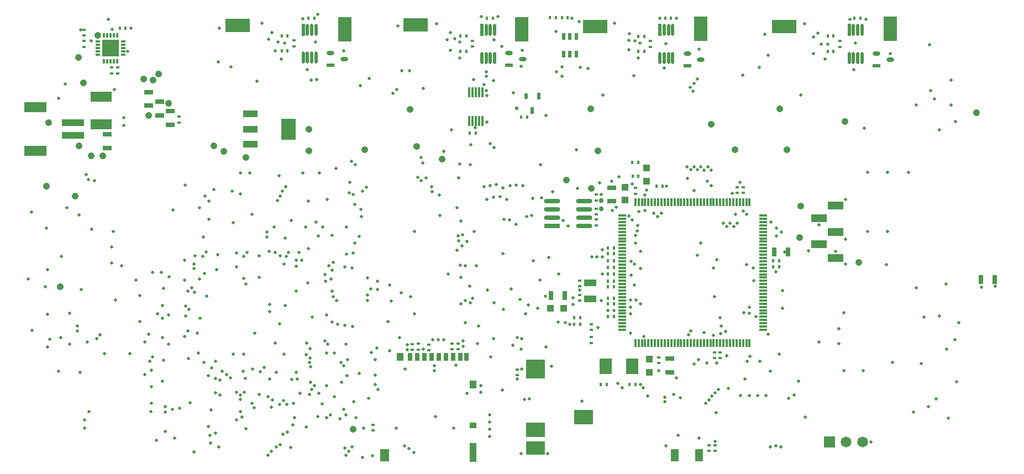
<source format=gbs>
%FSLAX33Y33*%
%MOMM*%
%AMRect-W370710-H570710-RO1.500*
21,1,0.37071,0.57071,0.,0.,90*%
%AMRR-H610710-W1188281-R305355-RO0.000*
21,1,0.577571,0.61071,0.,0.,360*
1,1,0.61071,-0.2887855,0.*
1,1,0.61071,0.2887855,0.*
1,1,0.61071,0.2887855,-0.*
1,1,0.61071,-0.2887855,0.*%
%AMRect-W370710-H570710-RO1.000*
21,1,0.37071,0.57071,0.,0.,180*%
%AMRect-W1856504-H497986-RO0.500*
21,1,1.856504,0.497986,0.,0.,270*%
%AMRR-H497986-W1856504-R248993-RO0.500*
21,1,1.358518,0.497986,0.,0.,270*
1,1,0.497986,0.,0.679259*
1,1,0.497986,0.,-0.679259*
1,1,0.497986,-0.,-0.679259*
1,1,0.497986,-0.,0.679259*%
%AMRect-W1650000-H1650000-RO1.500*
21,1,1.65,1.65,0.,0.,90*%
%AMRect-W700000-H1200000-RO1.000*
21,1,0.7,1.2,0.,0.,180*%
%AMRect-W1000000-H1200000-RO1.000*
21,1,1.,1.2,0.,0.,180*%
%AMRect-W1000000-H800000-RO1.000*
21,1,1.,0.8,0.,0.,180*%
%AMRect-W1300000-H1900000-RO1.000*
21,1,1.3,1.9,0.,0.,180*%
%AMRect-W1000000-H2800000-RO1.000*
21,1,1.,2.8,0.,0.,180*%
%AMRect-W370710-H570710-RO0.500*
21,1,0.37071,0.57071,0.,0.,270*%
%AMRect-W670710-H1320710-RO1.500*
21,1,0.67071,1.32071,0.,0.,90*%
%AMRect-W1000000-H1800000-RO0.500*
21,1,1.,1.8,0.,0.,270*%
%AMRect-W2000000-H3800000-RO0.500*
21,1,2.,3.8,0.,0.,270*%
%AMRect-W2000000-H3800000-RO1.500*
21,1,2.,3.8,0.,0.,90*%
%AMRR-H535710-W1000710-R267855-RO0.500*
21,1,0.465,0.53571,0.,0.,270*
1,1,0.53571,0.,0.2325*
1,1,0.53571,0.,-0.2325*
1,1,0.53571,-0.,-0.2325*
1,1,0.53571,-0.,0.2325*%
%AMRect-W1000710-H535710-RO0.500*
21,1,1.00071,0.53571,0.,0.,270*%
%AMRect-W1000000-H1000000-RO0.500*
21,1,1.,1.,0.,0.,270*%
%AMRR-H663541-W2486025-R331770-RO0.000*
21,1,1.822485,0.663541,0.,0.,360*
21,1,2.486025,0.000001,0.,0.,360*
1,1,0.66354,-0.9112425,0.0000005*
1,1,0.66354,0.9112425,0.0000005*
1,1,0.66354,0.9112425,-0.0000005*
1,1,0.66354,-0.9112425,-0.0000005*%
%AMRect-W670710-H1320710-RO1.000*
21,1,0.67071,1.32071,0.,0.,180*%
%AMRect-W670710-H1320710-RO0.500*
21,1,0.67071,1.32071,0.,0.,270*%
%AMRect-W300000-H1200000-RO1.000*
21,1,0.3,1.2,0.,0.,180*%
%AMRect-W1200000-H300000-RO1.000*
21,1,1.2,0.3,0.,0.,180*%
%AMRect-W1500000-H3200000-RO0.500*
21,1,1.5,3.2,0.,0.,270*%
%AMRect-W1140000-H2290000-RO1.500*
21,1,1.14,2.29,0.,0.,90*%
%AMRect-W2500000-H2500000-RO0.500*
21,1,2.5,2.5,0.,0.,270*%
%AMRect-W730000-H300000-RO0.500*
21,1,0.73,0.3,0.,0.,270*%
%AMRect-W300000-H730000-RO0.500*
21,1,0.3,0.73,0.,0.,270*%
%AMRR-H750000-W750000-R375000-RO1.000*
1,1,0.75,0.,-0.*
1,1,0.75,-0.,-0.*
1,1,0.75,-0.,0.*
1,1,0.75,0.,0.*%
%AMRect-W1000000-H1000000-RO1.500*
21,1,1.,1.,0.,0.,90*%
%AMRect-W950000-H2150000-RO1.500*
21,1,0.95,2.15,0.,0.,90*%
%AMRect-W3250000-H2150000-RO1.500*
21,1,3.25,2.15,0.,0.,90*%
%AMRect-W2200000-H2800000-RO1.500*
21,1,2.2,2.8,0.,0.,90*%
%AMRect-W2800000-H2800000-RO1.500*
21,1,2.8,2.8,0.,0.,90*%
%AMRect-W2000000-H2800000-RO1.500*
21,1,2.,2.8,0.,0.,90*%
%AMRect-W1450000-H300000-RO0.500*
21,1,1.45,0.3,0.,0.,270*%
%ADD10C,0.508*%
%ADD11C,1.0668*%
%ADD12C,0.5588*%
%ADD13Rect-W370710-H570710-RO1.500*%
%ADD14R,1.188281X0.61071*%
%ADD15RR-H610710-W1188281-R305355-RO0.000*%
%ADD16R,0.37071X0.57071*%
%ADD17Rect-W370710-H570710-RO1.000*%
%ADD18R,2.X3.8*%
%ADD19Rect-W1856504-H497986-RO0.500*%
%ADD20RR-H497986-W1856504-R248993-RO0.500*%
%ADD21C,1.65*%
%ADD22Rect-W1650000-H1650000-RO1.500*%
%ADD23Rect-W700000-H1200000-RO1.000*%
%ADD24Rect-W1000000-H1200000-RO1.000*%
%ADD25Rect-W1000000-H800000-RO1.000*%
%ADD26Rect-W1300000-H1900000-RO1.000*%
%ADD27Rect-W1000000-H2800000-RO1.000*%
%ADD28R,0.6X1.05*%
%ADD29Rect-W370710-H570710-RO0.500*%
%ADD30Rect-W670710-H1320710-RO1.500*%
%ADD31Rect-W1000000-H1800000-RO0.500*%
%ADD32Rect-W2000000-H3800000-RO0.500*%
%ADD33Rect-W2000000-H3800000-RO1.500*%
%ADD34RR-H535710-W1000710-R267855-RO0.500*%
%ADD35Rect-W1000710-H535710-RO0.500*%
%ADD36R,0.67071X1.32071*%
%ADD37R,1.291421X1.844948*%
%ADD38Rect-W1000000-H1000000-RO0.500*%
%ADD39R,2.486025X0.663541*%
%ADD40RR-H663541-W2486025-R331770-RO0.000*%
%ADD41Rect-W670710-H1320710-RO1.000*%
%ADD42Rect-W670710-H1320710-RO0.500*%
%ADD43Rect-W300000-H1200000-RO1.000*%
%ADD44Rect-W1200000-H300000-RO1.000*%
%ADD45Rect-W1500000-H3200000-RO0.500*%
%ADD46R,3.4X1.5*%
%ADD47R,3.5X1.*%
%ADD48Rect-W1140000-H2290000-RO1.500*%
%ADD49Rect-W2500000-H2500000-RO0.500*%
%ADD50Rect-W730000-H300000-RO0.500*%
%ADD51Rect-W300000-H730000-RO0.500*%
%ADD52RR-H750000-W750000-R375000-RO1.000*%
%ADD53Rect-W1000000-H1000000-RO1.500*%
%ADD54Rect-W950000-H2150000-RO1.500*%
%ADD55Rect-W3250000-H2150000-RO1.500*%
%ADD56R,1.9X2.4*%
%ADD57R,1.X1.*%
%ADD58Rect-W2200000-H2800000-RO1.500*%
%ADD59Rect-W2800000-H2800000-RO1.500*%
%ADD60Rect-W2000000-H2800000-RO1.500*%
%ADD61Rect-W1450000-H300000-RO0.500*%
D10*
%LNbottom solder mask_traces*%
G01*
X138372Y22600D03*
X47696Y29755D03*
X45540Y35075D03*
X78650Y5850D03*
X39887Y62150D03*
X39075Y2665D03*
X46140Y9285D03*
X80475Y53500D03*
X82025Y60150D03*
X38425Y66155D03*
X53625Y26922D03*
X130250Y3450D03*
X69947Y18520D03*
X77925Y10025D03*
X114450Y19925D03*
X72852Y42907D03*
X33590Y8135D03*
X82875Y59525D03*
X45204Y37159D03*
X47475Y28455D03*
X58873Y14600D03*
X29775Y4835D03*
X41300Y2565D03*
X42165Y26530D03*
X75900Y36842D03*
D11*
X119325Y34796D03*
X50875Y5375D03*
D10*
X13343Y68199D03*
X46645Y28105D03*
X53840Y1325D03*
X67258Y62325D03*
X103100Y45650D03*
X75098Y26900D03*
X135950Y44800D03*
X27050Y20105D03*
X116641Y23924D03*
X121400Y65496D03*
D11*
X44075Y48050D03*
D10*
X100375Y68360D03*
X49750Y18455D03*
X52900Y42500D03*
X22585Y18455D03*
X41425Y37375D03*
X141697Y27650D03*
X89050Y32929D03*
X129725Y35750D03*
X70912Y42575D03*
X83400Y21711D03*
X6200Y31915D03*
X32990Y32430D03*
X71912Y42725D03*
X107155Y20075D03*
X41490Y13000D03*
X47650Y35150D03*
X28365Y32550D03*
X105100Y15525D03*
X28690Y13650D03*
X9750Y6812D03*
X38490Y9900D03*
X79179Y23931D03*
X44250Y17755D03*
X93400Y25196D03*
D11*
X29550Y48850D03*
D10*
X93400Y20108D03*
X120101Y7249D03*
X111600Y10587D03*
X117025Y32565D03*
X57980Y19475D03*
X103927Y4075D03*
X49025Y15655D03*
X8625Y20500D03*
X38925Y18630D03*
X72362Y19325D03*
X10750Y64880D03*
X111630Y23171D03*
X107605Y36975D03*
X43839Y60550D03*
X98825Y2900D03*
X72375Y58785D03*
X106325Y3550D03*
X139358Y57304D03*
X66812Y32850D03*
X120650Y32775D03*
X51100Y33895D03*
X93155Y63579D03*
X71786Y4275D03*
X49750Y7586D03*
X104630Y20230D03*
X25775Y23755D03*
X28140Y29255D03*
X36490Y28700D03*
X66673Y15250D03*
X108655Y36975D03*
X21871Y15955D03*
X142492Y55120D03*
X16300Y63295D03*
X51250Y45936D03*
X87488Y31796D03*
X77117Y9975D03*
X27340Y28455D03*
X40195Y9805D03*
X93125Y38110D03*
X105150Y43375D03*
X69633Y51644D03*
X133500Y15658D03*
X40750Y9250D03*
X57550Y57475D03*
X98600Y10350D03*
X122230Y18800D03*
X30446Y10684D03*
X36875Y67649D03*
X44489Y58925D03*
X102269Y19916D03*
X28475Y25800D03*
X63650Y67585D03*
X74832Y37525D03*
X40050Y41897D03*
X39075Y14130D03*
X51000Y9625D03*
X4025Y22988D03*
X42340Y13075D03*
X100975Y10226D03*
X22075Y5025D03*
X19000Y18755D03*
X92150Y11775D03*
X95446Y19609D03*
X40497Y24402D03*
X54500Y17820D03*
X143050Y19125D03*
X66481Y65259D03*
X34390Y13200D03*
X102580Y45175D03*
X113940Y65925D03*
X4025Y18055D03*
X76912Y42725D03*
X80400Y18040D03*
X54275Y12300D03*
X49850Y32211D03*
X85625Y26725D03*
D11*
X117350Y48275D03*
D10*
X71786Y7586D03*
X52050Y39111D03*
X72500Y48619D03*
X74912Y42725D03*
X104150Y33975D03*
X18200Y25850D03*
X112275Y28146D03*
X62958Y41842D03*
X72509Y65094D03*
X60255Y23100D03*
X71786Y6480D03*
X67658Y35175D03*
X54275Y13730D03*
X100650Y4475D03*
X22075Y8900D03*
X72434Y24800D03*
X38125Y23425D03*
X9260Y26825D03*
X51325Y7215D03*
X45275Y59025D03*
X61588Y46200D03*
X88911Y25119D03*
X91620Y44100D03*
X54650Y26850D03*
X76625Y61000D03*
X111130Y38296D03*
X61300Y47075D03*
D11*
X20221Y58950D03*
D10*
X21685Y22455D03*
X93946Y27496D03*
X76015Y19459D03*
X90590Y38900D03*
X106075Y30150D03*
X122100Y66116D03*
X89050Y31796D03*
X114775Y2725D03*
X69308Y58975D03*
X66812Y39375D03*
X13880Y30858D03*
X110275Y10537D03*
X78412Y40750D03*
X75320Y18310D03*
X110736Y23271D03*
D11*
X8860Y48825D03*
D10*
X50630Y46475D03*
X50175Y2025D03*
X139175Y64355D03*
X28195Y41100D03*
X90845Y23646D03*
X126325Y40600D03*
X55675Y1075D03*
X11625Y19250D03*
X112825Y10537D03*
X28775Y40340D03*
X46843Y17105D03*
X71857Y49150D03*
X9125Y66630D03*
X93400Y24146D03*
X9950Y44390D03*
X47120Y30430D03*
X88375Y20996D03*
X88675Y43125D03*
X1600Y38700D03*
X132562Y30600D03*
X49819Y1450D03*
X14165Y35725D03*
X43189Y68340D03*
X105775Y42705D03*
X20891Y23105D03*
X139925Y56070D03*
X76818Y63501D03*
X38750Y36400D03*
X57475Y5600D03*
X13204Y63295D03*
X74002Y37560D03*
X45450Y7390D03*
X19000Y13800D03*
X40497Y34720D03*
X81925Y66375D03*
X13880Y33325D03*
X32490Y16950D03*
X35404Y38341D03*
X110630Y38846D03*
X39350Y64734D03*
X44195Y15680D03*
X56473Y17385D03*
X1125Y28458D03*
D11*
X60650Y48725D03*
D10*
X71496Y26750D03*
X20002Y9355D03*
X63350Y14390D03*
X27340Y39335D03*
X91450Y12400D03*
X7475Y23205D03*
X48299Y45375D03*
X114850Y14250D03*
X61300Y43525D03*
X40375Y64549D03*
X126040Y23275D03*
X126325Y30697D03*
X83025Y37373D03*
X34500Y27675D03*
X116475Y35646D03*
X116641Y26646D03*
X78262Y38150D03*
X136697Y8050D03*
X25200Y24240D03*
X69775Y30496D03*
X43040Y31305D03*
X119125Y12735D03*
X116450Y2675D03*
X8925Y38275D03*
X25025Y28255D03*
X140175Y10050D03*
X108124Y16650D03*
X103780Y16045D03*
X137122Y27058D03*
X48475Y21455D03*
X49425Y8425D03*
X93400Y23071D03*
X27890Y31913D03*
X94925Y12295D03*
X94900Y24646D03*
X98130Y38475D03*
X46796Y22955D03*
X129225Y51578D03*
X94125Y35146D03*
X94900Y32646D03*
X43219Y44650D03*
X71278Y57285D03*
X37840Y10379D03*
X104680Y45150D03*
X106511Y7975D03*
X105200Y45650D03*
X67750Y18079D03*
X123225Y62087D03*
X138982Y8857D03*
X26490Y30055D03*
X9050Y14119D03*
X110934Y13075D03*
X109730Y36996D03*
X47696Y21850D03*
X119438Y56650D03*
D11*
X3900Y42650D03*
D10*
X129425Y68201D03*
X126040Y14388D03*
X26527Y1950D03*
X127025Y68201D03*
X67083Y43925D03*
X141825Y17700D03*
X111175Y30646D03*
X105730Y45150D03*
X102050Y45650D03*
X43640Y36400D03*
X140750Y22722D03*
X105432Y9900D03*
X111675Y16550D03*
X20175Y16455D03*
X65450Y29175D03*
X93450Y29046D03*
X29225Y14780D03*
X42564Y32525D03*
X61639Y57600D03*
X67259Y64750D03*
X63480Y7350D03*
X110575Y59700D03*
X37840Y1425D03*
X58800Y2850D03*
X50775Y21145D03*
X41710Y9400D03*
X50253Y41650D03*
X127838Y64569D03*
X80319Y25831D03*
X38950Y63383D03*
X85550Y67890D03*
X7475Y18440D03*
X85900Y9725D03*
X32190Y60963D03*
X19550Y19930D03*
X77315Y23075D03*
X56975Y56850D03*
D11*
X146400Y53950D03*
D10*
X60813Y44049D03*
D11*
X116275Y54477D03*
X109375Y48223D03*
D10*
X22585Y22955D03*
X15445Y30450D03*
X36120Y58700D03*
X15788Y51925D03*
X12075Y19915D03*
X115765Y36196D03*
X29775Y15830D03*
D11*
X88385Y48089D03*
D10*
X25900Y9470D03*
X94825Y64569D03*
X36490Y32005D03*
X34140Y31875D03*
X52500Y5600D03*
X52335Y41925D03*
X44024Y33105D03*
X103100Y41975D03*
X65925Y51317D03*
X47850Y25755D03*
X38374Y2025D03*
X62100Y43950D03*
X113164Y15789D03*
D11*
X2120Y48075D03*
D10*
X95630Y41310D03*
X41950Y7150D03*
X35850Y20100D03*
X59150Y17571D03*
X39500Y44225D03*
X122220Y36700D03*
X123637Y64410D03*
X71761Y5425D03*
X20002Y14432D03*
X64805Y19075D03*
X75425Y56925D03*
X27140Y17055D03*
X21871Y26955D03*
X67577Y33534D03*
X86860Y60665D03*
X10150Y18800D03*
X70960Y58225D03*
X33615Y10684D03*
X93891Y59550D03*
X37640Y35620D03*
X44400Y12600D03*
X30425Y66878D03*
X64800Y48000D03*
X142075Y7075D03*
X38365Y8825D03*
X70425Y11075D03*
X79512Y28300D03*
X30446Y12950D03*
X26490Y30755D03*
X10350Y43640D03*
X67750Y18950D03*
X83784Y36600D03*
X44250Y16355D03*
X53350Y59150D03*
X14500Y25200D03*
X35440Y14645D03*
X5738Y56075D03*
X73789Y42405D03*
X63950Y19100D03*
X114125Y10537D03*
X52325Y1075D03*
X14343Y57500D03*
X9750Y5542D03*
X61630Y17654D03*
X98845Y64475D03*
X71278Y60200D03*
X143372Y12683D03*
X93625Y37496D03*
X27968Y34905D03*
X67398Y24650D03*
X21650Y12777D03*
X40161Y4650D03*
X85675Y60850D03*
X50070Y16095D03*
X33640Y9990D03*
X111630Y24146D03*
X25125Y42844D03*
X3900Y36238D03*
X23275Y39049D03*
X32540Y37100D03*
X112175Y30146D03*
X71278Y59485D03*
X41625Y6075D03*
X25650Y16255D03*
X91205Y39472D03*
X71950Y16450D03*
X30325Y2675D03*
X46990Y18430D03*
X38125Y24550D03*
X50375Y43241D03*
X73818Y32320D03*
X107930Y20350D03*
X56725Y25037D03*
X143150Y52568D03*
X127589Y60525D03*
X33874Y7256D03*
X67062Y34296D03*
X89050Y29150D03*
X43929Y27815D03*
X26640Y32027D03*
X46575Y29105D03*
X33640Y41450D03*
X84400Y68375D03*
X44600Y22605D03*
D11*
X87310Y54475D03*
X83525Y43625D03*
D10*
X75900Y42825D03*
X32065Y13290D03*
X11300Y43490D03*
X98875Y42625D03*
X106630Y15575D03*
X111255Y15789D03*
X76696Y14635D03*
X39725Y32005D03*
X94400Y35796D03*
X68300Y34175D03*
X47425Y7586D03*
X94557Y62281D03*
X22678Y28774D03*
X94075Y64913D03*
X68808Y45975D03*
X35050Y44650D03*
X115765Y34996D03*
X64075Y41300D03*
X58250Y26337D03*
X65820Y63483D03*
D11*
X21050Y59800D03*
D10*
X56500Y27479D03*
X35400Y9350D03*
X71412Y40650D03*
X33640Y44650D03*
X129035Y14333D03*
X4050Y29900D03*
X94250Y25196D03*
X52000Y58050D03*
X106869Y11525D03*
X20002Y11892D03*
X95355Y11750D03*
X10450Y8082D03*
X33000Y11055D03*
X142492Y58889D03*
X37265Y14855D03*
X53251Y10156D03*
X97566Y37996D03*
X59700Y25737D03*
X93450Y31146D03*
D11*
X105722Y52177D03*
D10*
X78500Y31210D03*
X76696Y19325D03*
X39725Y41131D03*
X68325Y10875D03*
X96980Y38475D03*
X26625Y26415D03*
X50750Y2665D03*
D11*
X4211Y52425D03*
D10*
X103630Y45175D03*
X84544Y24496D03*
X112575Y22635D03*
X74412Y40650D03*
X19723Y15780D03*
X97725Y14375D03*
D11*
X19560Y53485D03*
D10*
X12812Y16972D03*
X40340Y16955D03*
X60175Y1850D03*
D11*
X8325Y41095D03*
D10*
X82875Y60975D03*
X132718Y35750D03*
D11*
X22625Y55321D03*
D10*
X42129Y14130D03*
D11*
X31115Y48010D03*
D10*
X43675Y16850D03*
X45759Y44650D03*
X34615Y32535D03*
X39300Y40450D03*
X97859Y68360D03*
X57750Y67174D03*
X103121Y58375D03*
X59150Y18346D03*
X49450Y15100D03*
D11*
X6050Y27225D03*
D10*
X103105Y15349D03*
X32990Y30275D03*
X107075Y22480D03*
X21685Y19455D03*
X5750Y14275D03*
X106580Y31375D03*
X84050Y21520D03*
X68113Y30496D03*
X110130Y43225D03*
X16662Y16972D03*
D11*
X64525Y46825D03*
D10*
X67200Y46000D03*
X114900Y37146D03*
X39640Y9250D03*
X67412Y37289D03*
X85250Y42275D03*
X104150Y45650D03*
X44025Y40350D03*
X32325Y41925D03*
X76007Y13096D03*
X69023Y0850D03*
X54275Y16082D03*
X51775Y13975D03*
X39700Y3000D03*
X68933Y49043D03*
X48850Y7050D03*
X65820Y66169D03*
X14203Y63295D03*
X35750Y8675D03*
D11*
X119475Y39625D03*
X128350Y30983D03*
X59575Y54450D03*
D10*
X53108Y26007D03*
X94145Y33975D03*
X71345Y52450D03*
X25585Y20430D03*
X54650Y28051D03*
X102950Y57250D03*
X95630Y38900D03*
X59450Y2400D03*
X124760Y32650D03*
X29775Y13150D03*
D12*
X77400Y56425D03*
D10*
X68050Y25163D03*
X27450Y22455D03*
X113150Y60824D03*
X109500Y38350D03*
X100023Y10750D03*
X43725Y5700D03*
X89925Y23646D03*
X53700Y17200D03*
X133197Y62987D03*
X31490Y13750D03*
X93675Y42995D03*
X102514Y57800D03*
D11*
X10750Y47325D03*
D12*
X79300Y56425D03*
D10*
X65250Y65094D03*
X81250Y15025D03*
X20187Y29455D03*
X98600Y9675D03*
X43775Y18630D03*
X42140Y30350D03*
X93246Y66025D03*
X84594Y25575D03*
X4385Y19225D03*
X143650Y21750D03*
X104875Y9400D03*
D11*
X87375Y42275D03*
D10*
X94480Y36646D03*
X149250Y27298D03*
X40640Y31923D03*
X45655Y10890D03*
X6749Y58275D03*
X30250Y61700D03*
X16808Y66875D03*
X49950Y13575D03*
X68050Y21775D03*
X79562Y45937D03*
X40990Y32500D03*
X137150Y55120D03*
X48048Y17105D03*
D11*
X11728Y65740D03*
D10*
X70559Y68635D03*
X25025Y19605D03*
X20750Y3675D03*
D11*
X126250Y52568D03*
D10*
X70125Y21200D03*
X45501Y68951D03*
X49452Y63372D03*
D11*
X9575Y58484D03*
D10*
X117600Y10100D03*
X34140Y28550D03*
X46850Y7200D03*
X28050Y15675D03*
X108976Y41555D03*
X21541Y29455D03*
X73675Y64103D03*
X103630Y32089D03*
D11*
X34475Y47075D03*
D10*
X102075Y43800D03*
X137947Y15475D03*
X30840Y14294D03*
X70425Y12082D03*
X73408Y41075D03*
X36490Y10740D03*
X58375Y60325D03*
X64150Y38205D03*
X102630Y20475D03*
X28775Y37555D03*
X24325Y8600D03*
X103650Y59050D03*
X125350Y20775D03*
X76471Y25325D03*
X42140Y31305D03*
X50925Y32400D03*
X60255Y35700D03*
X67350Y30545D03*
X39650Y21550D03*
X49850Y36400D03*
X47998Y10395D03*
X45168Y64780D03*
X66325Y5550D03*
X79787Y40870D03*
X100425Y13300D03*
X25025Y31325D03*
X23225Y8470D03*
D11*
X44075Y51410D03*
D10*
X93975Y30675D03*
X36640Y14244D03*
X44940Y12055D03*
X108130Y36496D03*
X80875Y31766D03*
X50750Y30130D03*
X6110Y19450D03*
X22075Y8026D03*
X44400Y14980D03*
X108394Y11650D03*
X147122Y27125D03*
X73942Y23767D03*
X13204Y64270D03*
X48350Y25105D03*
X140718Y51253D03*
X63350Y15142D03*
X49625Y21276D03*
X56195Y21907D03*
X90545Y43424D03*
X51810Y34975D03*
X25200Y22755D03*
X29519Y42125D03*
X62950Y42575D03*
X19932Y8082D03*
X81412Y41800D03*
X122575Y64410D03*
X25550Y26540D03*
X118475Y10625D03*
X28950Y4475D03*
X53108Y28622D03*
X23550Y4050D03*
X34090Y16950D03*
X40775Y4950D03*
X37900Y65134D03*
X67409Y28666D03*
X121375Y62987D03*
X44215Y10761D03*
X106350Y10961D03*
D11*
X12564Y47325D03*
D10*
X51121Y39900D03*
X29990Y29860D03*
X3725Y27225D03*
D11*
X52676Y48225D03*
D10*
X93155Y64984D03*
X8625Y21200D03*
X34065Y14319D03*
X59560Y60325D03*
X38990Y32500D03*
X68825Y24800D03*
X94630Y38750D03*
X107280Y21250D03*
X126325Y34539D03*
X37640Y34905D03*
X34450Y5482D03*
X80675Y1650D03*
X14203Y64270D03*
X95836Y42095D03*
X13950Y66725D03*
X50925Y41375D03*
X37990Y32695D03*
D12*
X75925Y54615D03*
D10*
X115650Y29496D03*
X53108Y25137D03*
X105875Y10450D03*
X63075Y19100D03*
X49600Y30255D03*
X85075Y48200D03*
X68725Y27350D03*
X73775Y11450D03*
X29075Y3300D03*
D11*
X8848Y62350D03*
D10*
X76665Y17649D03*
X40340Y30755D03*
X76650Y1650D03*
X29840Y10990D03*
X49625Y2550D03*
X18200Y21875D03*
X109180Y36496D03*
X38075Y13075D03*
X46250Y36400D03*
X29140Y8384D03*
X120029Y67525D03*
X82275Y21805D03*
X17600Y28274D03*
X69424Y35723D03*
X52150Y38025D03*
X103925Y63675D03*
X77767Y24431D03*
X1725Y20525D03*
X42725Y10890D03*
X71401Y56574D03*
X47850Y30955D03*
X44500Y11455D03*
X47696Y26605D03*
X129725Y44800D03*
X90950Y67600D03*
X34177Y11055D03*
X46925Y40615D03*
X88911Y41375D03*
X73075Y68635D03*
X88251Y31796D03*
X66950Y35050D03*
X132718Y44800D03*
X116125Y16913D03*
X72412Y40950D03*
X94900Y30025D03*
X10800Y36025D03*
X15788Y53185D03*
X46596Y18987D03*
X7050Y39350D03*
X40575Y42575D03*
X96012Y10475D03*
X98520Y60809D03*
X114469Y62724D03*
D11*
X18800Y59075D03*
D10*
X106105Y19775D03*
X106275Y25725D03*
X46843Y12055D03*
X49075Y12600D03*
X26125Y27105D03*
X54730Y11525D03*
X82400Y29150D03*
X77505Y37975D03*
X28690Y5825D03*
X33000Y6857D03*
X125350Y18550D03*
X30140Y32195D03*
X115650Y2850D03*
X69200Y25475D03*
X89150Y56625D03*
X21685Y24326D03*
%LNbottom solder mask component 6c77fb6828285894*%
D13*
X106325Y2075D03*
X106325Y2975D03*
%LNbottom solder mask component 57deb66949abf7f3*%
D14*
X102071Y61106D03*
D15*
X102071Y63006D03*
X104153Y62056D03*
%LNbottom solder mask component 103f1e833a8ae606*%
D16*
X84745Y21520D03*
X85645Y21520D03*
%LNbottom solder mask component 1a345c029338c5b0*%
X88816Y12295D03*
X89716Y12295D03*
%LNbottom solder mask component 9cc461a22457ed88*%
D17*
X98280Y42639D03*
X97380Y42639D03*
%LNbottom solder mask component dd1c5f44bff21e91*%
X85645Y22520D03*
X84745Y22520D03*
%LNbottom solder mask component 6625cb58229ce1a0*%
D16*
X89945Y27215D03*
X90845Y27215D03*
%LNbottom solder mask component e81b5fe52f0ffbc8*%
D18*
X104118Y66746D03*
%LNbottom solder mask component 376bf2a3b6f850f5*%
D16*
X98695Y68351D03*
X99595Y68351D03*
%LNbottom solder mask component c319054bbb44535d*%
D13*
X107130Y16305D03*
X107130Y17205D03*
%LNbottom solder mask component 9e20696bf75aee58*%
D16*
X89945Y32360D03*
X90845Y32360D03*
%LNbottom solder mask component aebf7640576b29f4*%
D13*
X88124Y38296D03*
X88124Y39196D03*
%LNbottom solder mask component 662934c5ea040131*%
D19*
X126889Y66580D03*
D20*
X127539Y66580D03*
X128189Y66580D03*
X128839Y66580D03*
X128839Y62278D03*
X128189Y62278D03*
X127539Y62278D03*
X126889Y62278D03*
%LNbottom solder mask component 9a6a617898d3f957*%
D21*
X126425Y3450D03*
X128965Y3450D03*
D22*
X123885Y3450D03*
%LNbottom solder mask component 271cc731edb2a7cc*%
D16*
X39947Y65709D03*
X40847Y65709D03*
%LNbottom solder mask component a6c9556ca11762e2*%
X89945Y31230D03*
X90845Y31230D03*
%LNbottom solder mask component ffe99316bcc25094*%
D23*
X59620Y16525D03*
X60720Y16525D03*
X61820Y16525D03*
X62920Y16525D03*
X64020Y16525D03*
X65120Y16525D03*
X66220Y16525D03*
X67320Y16525D03*
D24*
X58070Y16525D03*
X69220Y12225D03*
D25*
X69220Y6025D03*
D26*
X55720Y1425D03*
D23*
X68270Y16525D03*
D27*
X69220Y1875D03*
%LNbottom solder mask component 7a6712bfaa6a5733*%
D28*
X83150Y65615D03*
X84100Y65615D03*
X85050Y65615D03*
X85050Y62915D03*
X84100Y62915D03*
X83150Y62915D03*
%LNbottom solder mask component 5d1077b0710ee042*%
D29*
X87395Y19499D03*
X87395Y18599D03*
%LNbottom solder mask component 6e4de001a9bb0500*%
D30*
X21221Y53521D03*
X21221Y55621D03*
%LNbottom solder mask component 699f547d01377c70*%
D16*
X81025Y68516D03*
X81925Y68516D03*
%LNbottom solder mask component 870bf09e0b5c0424*%
D29*
X105425Y2975D03*
X105425Y2075D03*
%LNbottom solder mask component 91da17176f2c7119*%
D16*
X71411Y68410D03*
X72311Y68410D03*
%LNbottom solder mask component ede95a78f6e58166*%
X89945Y33165D03*
X90845Y33165D03*
%LNbottom solder mask component 4a47d71a10e4a52c*%
X127690Y68357D03*
X128590Y68357D03*
%LNbottom solder mask component 2180778f98263c72*%
D31*
X87245Y27844D03*
X87245Y25344D03*
%LNbottom solder mask component 9c2df5d4cd8eb606*%
D14*
X47425Y61175D03*
D15*
X47425Y63075D03*
X49507Y62125D03*
%LNbottom solder mask component ba616e29cb1e054c*%
D17*
X94158Y12295D03*
X93258Y12295D03*
%LNbottom solder mask component f776202d8572b35f*%
D29*
X96478Y64904D03*
X96478Y64004D03*
%LNbottom solder mask component 95125385224ea348*%
D32*
X60422Y67355D03*
%LNbottom solder mask component e7d0ef67afd8e3b2*%
D29*
X76007Y14564D03*
X76007Y13664D03*
%LNbottom solder mask component 436fce5061901f9d*%
D18*
X133175Y66750D03*
%LNbottom solder mask component eab60dd8b8402126*%
D29*
X66025Y18540D03*
X66025Y17640D03*
%LNbottom solder mask component 4a2f133cbe9c8948*%
D18*
X76700Y66735D03*
%LNbottom solder mask component ac7b5a64f94308cd*%
D33*
X87981Y67140D03*
%LNbottom solder mask component 48390e21da0b21b2*%
D34*
X77400Y56425D03*
D35*
X79300Y56425D03*
X78350Y54255D03*
%LNbottom solder mask component 86cf3804c1f81840*%
D36*
X81210Y25907D03*
X83310Y25907D03*
%LNbottom solder mask component ac43103f824eeeb8*%
D17*
X116145Y30290D03*
X115245Y30290D03*
%LNbottom solder mask component 51a7e782c7d40675*%
D29*
X62494Y18369D03*
X62494Y17469D03*
%LNbottom solder mask component b4224497cd0fda00*%
D30*
X22881Y52091D03*
X22881Y54191D03*
%LNbottom solder mask component be66c4744ae5378b*%
D16*
X39947Y63363D03*
X40847Y63363D03*
%LNbottom solder mask component 3e48f677b17fb62f*%
D13*
X9673Y65740D03*
X9673Y66640D03*
%LNbottom solder mask component 929ed0a272714bb5*%
D17*
X90845Y29210D03*
X89945Y29210D03*
%LNbottom solder mask component 794621346790aab4*%
D37*
X100173Y1392D03*
X103927Y1392D03*
%LNbottom solder mask component 3dc686e3e124887d*%
D29*
X94130Y42395D03*
X94130Y41495D03*
%LNbottom solder mask component 81b386dbb0794707*%
D13*
X85620Y25116D03*
X85620Y26016D03*
%LNbottom solder mask component 889ca82e9d95c562*%
X97745Y15535D03*
X97745Y16435D03*
%LNbottom solder mask component c8ac8ae86d1934c6*%
D38*
X95870Y43424D03*
X95870Y45424D03*
%LNbottom solder mask component 0ad4790fa0a8d2cf*%
D39*
X81407Y36600D03*
D40*
X81407Y37870D03*
X81407Y39140D03*
X81407Y40410D03*
X86245Y40410D03*
X86245Y39140D03*
X86245Y37870D03*
X86245Y36600D03*
%LNbottom solder mask component bd364c941d498707*%
D16*
X89945Y24646D03*
X90845Y24646D03*
%LNbottom solder mask component c24edfc7d2909253*%
D41*
X149197Y28375D03*
X147097Y28375D03*
%LNbottom solder mask component 4c36f046aa5e79f8*%
D16*
X68758Y50785D03*
X69658Y50785D03*
%LNbottom solder mask component 057108266a0d46aa*%
D38*
X92535Y40495D03*
X92535Y42495D03*
%LNbottom solder mask component 0d91d5e7a28225ad*%
D42*
X90545Y42430D03*
X90545Y40330D03*
%LNbottom solder mask component c760b5e604b3d89d*%
D17*
X116145Y31210D03*
X115245Y31210D03*
%LNbottom solder mask component 6e52bf300ab1e078*%
D43*
X111630Y18596D03*
X111130Y18596D03*
X110630Y18596D03*
X110130Y18596D03*
X109630Y18596D03*
X109130Y18596D03*
X108630Y18596D03*
X108130Y18596D03*
X107630Y18596D03*
X107130Y18596D03*
X106630Y18596D03*
X106130Y18596D03*
X105630Y18596D03*
X105130Y18596D03*
X104630Y18596D03*
X104130Y18596D03*
X103630Y18596D03*
X103130Y18596D03*
X102630Y18596D03*
X102130Y18596D03*
X101630Y18596D03*
X101130Y18596D03*
X100630Y18596D03*
X100130Y18596D03*
X99630Y18596D03*
X99130Y18596D03*
X98630Y18596D03*
X98130Y18596D03*
X97630Y18596D03*
X97130Y18596D03*
X96630Y18596D03*
X96130Y18596D03*
X95630Y18596D03*
X95130Y18596D03*
X94630Y18596D03*
X94130Y18596D03*
D44*
X92080Y20646D03*
X92080Y21146D03*
X92080Y21646D03*
X92080Y22146D03*
X92080Y22646D03*
X92080Y23146D03*
X92080Y23646D03*
X92080Y24146D03*
X92080Y24646D03*
X92080Y25146D03*
X92080Y25646D03*
X92080Y26146D03*
X92080Y26646D03*
X92080Y27146D03*
X92080Y27646D03*
X92080Y28146D03*
X92080Y28646D03*
X92080Y29146D03*
X92080Y29646D03*
X92080Y30146D03*
X92080Y30646D03*
X92080Y31146D03*
X92080Y31646D03*
X92080Y32146D03*
X92080Y32646D03*
X92080Y33146D03*
X92080Y33646D03*
X92080Y34146D03*
X92080Y34646D03*
X92080Y35146D03*
X92080Y35646D03*
X92080Y36146D03*
X92080Y36646D03*
X92080Y37146D03*
X92080Y37646D03*
X92080Y38146D03*
D43*
X94130Y40196D03*
X94630Y40196D03*
X95130Y40196D03*
X95630Y40196D03*
X96130Y40196D03*
X96630Y40196D03*
X97130Y40196D03*
X97630Y40196D03*
X98130Y40196D03*
X98630Y40196D03*
X99130Y40196D03*
X99630Y40196D03*
X100130Y40196D03*
X100630Y40196D03*
X101130Y40196D03*
X101630Y40196D03*
X102130Y40196D03*
X102630Y40196D03*
X103130Y40196D03*
X103630Y40196D03*
X104130Y40196D03*
X104630Y40196D03*
X105130Y40196D03*
X105630Y40196D03*
X106130Y40196D03*
X106630Y40196D03*
X107130Y40196D03*
X107630Y40196D03*
X108130Y40196D03*
X108630Y40196D03*
X109130Y40196D03*
X109630Y40196D03*
X110130Y40196D03*
X110630Y40196D03*
X111130Y40196D03*
X111630Y40196D03*
D44*
X113680Y38146D03*
X113680Y37646D03*
X113680Y37146D03*
X113680Y36646D03*
X113680Y36146D03*
X113680Y35646D03*
X113680Y35146D03*
X113680Y34646D03*
X113680Y34146D03*
X113680Y33646D03*
X113680Y33146D03*
X113680Y32646D03*
X113680Y32146D03*
X113680Y31646D03*
X113680Y31146D03*
X113680Y30646D03*
X113680Y30146D03*
X113680Y29646D03*
X113680Y29146D03*
X113680Y28646D03*
X113680Y28146D03*
X113680Y27646D03*
X113680Y27146D03*
X113680Y26646D03*
X113680Y26146D03*
X113680Y25646D03*
X113680Y25146D03*
X113680Y24646D03*
X113680Y24146D03*
X113680Y23646D03*
X113680Y23146D03*
X113680Y22646D03*
X113680Y22146D03*
X113680Y21646D03*
X113680Y21146D03*
X113680Y20646D03*
%LNbottom solder mask component adf725f494d4606d*%
D16*
X67309Y65699D03*
X68209Y65699D03*
%LNbottom solder mask component 4cc7ebdd968bdb88*%
D29*
X13918Y60825D03*
X13918Y59925D03*
%LNbottom solder mask component 94166215a82095ca*%
D16*
X89945Y28130D03*
X90845Y28130D03*
%LNbottom solder mask component 5b2566b75bc5cc6e*%
D45*
X12284Y56375D03*
X12284Y52175D03*
%LNbottom solder mask component 37d8075971b3358a*%
D46*
X2220Y48075D03*
X2220Y54775D03*
D47*
X7970Y52425D03*
X7970Y50425D03*
%LNbottom solder mask component f84e53ac3099d92c*%
D30*
X99385Y14132D03*
X99385Y16232D03*
%LNbottom solder mask component 305ac9df71b7261b*%
D16*
X89945Y30210D03*
X90845Y30210D03*
%LNbottom solder mask component e83e3ad7d60dfea8*%
D13*
X87395Y20601D03*
X87395Y21501D03*
%LNbottom solder mask component 84c7f1e7987823d4*%
D18*
X49625Y66725D03*
%LNbottom solder mask component 94ad8cbf5130aa47*%
D29*
X110695Y42520D03*
X110695Y41620D03*
%LNbottom solder mask component 631ad418aba9c268*%
D16*
X44050Y68421D03*
X44950Y68421D03*
%LNbottom solder mask component 4bb0c09cc5e8b9cd*%
D48*
X122220Y37725D03*
X124760Y39725D03*
X122220Y33725D03*
X124760Y35625D03*
X124760Y31625D03*
%LNbottom solder mask component 12ba33d6f75b2fc3*%
D49*
X13693Y63795D03*
D50*
X12693Y65760D03*
X13193Y65760D03*
X13693Y65760D03*
X14193Y65760D03*
X14693Y65760D03*
X14693Y61830D03*
X14193Y61830D03*
X13693Y61830D03*
X13193Y61830D03*
X12693Y61830D03*
D51*
X15658Y64795D03*
X15658Y64295D03*
X15658Y63795D03*
X15658Y63295D03*
X15658Y62795D03*
X11728Y62795D03*
X11728Y63295D03*
X11728Y63795D03*
X11728Y64295D03*
X11728Y64795D03*
%LNbottom solder mask component bdb34aa17cedfe69*%
D30*
X19560Y54985D03*
X19560Y57085D03*
%LNbottom solder mask component c7f85098566124e2*%
D19*
X97894Y66574D03*
D20*
X98544Y66574D03*
X99194Y66574D03*
X99844Y66574D03*
X99844Y62272D03*
X99194Y62272D03*
X98544Y62272D03*
X97894Y62272D03*
%LNbottom solder mask component 429a6545c24044ee*%
D29*
X53925Y6090D03*
X53925Y5190D03*
%LNbottom solder mask component 19c6cde67bfb4e94*%
D52*
X88900Y40421D03*
X88900Y40421D03*
%LNbottom solder mask component a2a184ca20681696*%
D33*
X33149Y67324D03*
%LNbottom solder mask component 28227732a78a7cb8*%
D16*
X89945Y22646D03*
X90845Y22646D03*
%LNbottom solder mask component 1b3a137fb4c8f301*%
X123587Y65646D03*
X124487Y65646D03*
%LNbottom solder mask component 89296f763a6b0cea*%
D29*
X66959Y18554D03*
X66959Y17654D03*
%LNbottom solder mask component 4877b0f46142e2cf*%
D14*
X131065Y61112D03*
D15*
X131065Y63012D03*
X133147Y62062D03*
%LNbottom solder mask component 7b070454a9c77887*%
D19*
X43249Y66643D03*
D20*
X43899Y66643D03*
X44549Y66643D03*
X45199Y66643D03*
X45199Y62342D03*
X44549Y62342D03*
X43899Y62342D03*
X43249Y62342D03*
%LNbottom solder mask component 8718293aa2cb5ee0*%
D29*
X14843Y60825D03*
X14843Y59925D03*
%LNbottom solder mask component 3ea465c7e1ce99aa*%
D52*
X88900Y39221D03*
X88900Y39221D03*
%LNbottom solder mask component 8d70596878bac125*%
D29*
X88124Y37578D03*
X88124Y36678D03*
%LNbottom solder mask component bfcb492bf855c37c*%
D13*
X9673Y63980D03*
X9673Y64880D03*
%LNbottom solder mask component 9c1d29d60950868d*%
D29*
X59970Y18471D03*
X59970Y17571D03*
%LNbottom solder mask component ac8a15ef0c9ae2fa*%
D53*
X96235Y16120D03*
X96235Y14120D03*
%LNbottom solder mask component e9bbd1de8cfa4370*%
D29*
X41833Y64974D03*
X41833Y64074D03*
%LNbottom solder mask component 0657044e83eb0037*%
D16*
X67309Y63352D03*
X68209Y63352D03*
%LNbottom solder mask component 4f22a85c58de3f60*%
D54*
X35175Y49110D03*
X35175Y51410D03*
X35175Y53710D03*
D55*
X40975Y51410D03*
%LNbottom solder mask component 6e72e76db259bf91*%
D16*
X82875Y68516D03*
X83775Y68516D03*
%LNbottom solder mask component 0762995cfe454123*%
D56*
X89580Y15049D03*
X93680Y15049D03*
%LNbottom solder mask component d2afa2a82e9796c3*%
D16*
X123587Y63299D03*
X124487Y63299D03*
%LNbottom solder mask component 16a17e7aca4c2d88*%
D17*
X90845Y25480D03*
X89945Y25480D03*
%LNbottom solder mask component e6458041b3a6e023*%
D29*
X125472Y64910D03*
X125472Y64010D03*
%LNbottom solder mask component 3d3246866b97b079*%
X69194Y64963D03*
X69194Y64063D03*
%LNbottom solder mask component 3e9516a4c0f05038*%
D57*
X83145Y23931D03*
X81145Y23931D03*
%LNbottom solder mask component b5424ddd2021d52a*%
D30*
X13224Y48525D03*
X13224Y50625D03*
%LNbottom solder mask component 3f08c77576248507*%
D58*
X86232Y7235D03*
X78832Y5335D03*
D59*
X78832Y14635D03*
D60*
X78832Y2535D03*
%LNbottom solder mask component ca3ee4759af5035e*%
D14*
X74786Y61165D03*
D15*
X74786Y63065D03*
X76869Y62115D03*
%LNbottom solder mask component 5503f14c664041ee*%
D17*
X77518Y53235D03*
X76618Y53235D03*
%LNbottom solder mask component 092b1c31e3ece9a8*%
D16*
X93701Y44210D03*
X94601Y44210D03*
%LNbottom solder mask component f0704222e2b177cf*%
X94593Y65640D03*
X95493Y65640D03*
%LNbottom solder mask component b8cbee562701c7a9*%
D41*
X117530Y32565D03*
X115430Y32565D03*
%LNbottom solder mask component f4b69ed6fbb75d86*%
D16*
X93675Y46300D03*
X94575Y46300D03*
%LNbottom solder mask component 780624b7563f9ea2*%
D29*
X85620Y28210D03*
X85620Y27310D03*
%LNbottom solder mask component 5285739ff7747fbc*%
X60850Y18490D03*
X60850Y17590D03*
%LNbottom solder mask component 3a095c9a87070f43*%
D33*
X116940Y67096D03*
%LNbottom solder mask component 013753e3cc1ba7b8*%
D61*
X68658Y57075D03*
X69158Y57075D03*
X69658Y57075D03*
X70158Y57075D03*
X70658Y57075D03*
X70658Y52675D03*
X70158Y52675D03*
X69658Y52675D03*
X69158Y52675D03*
X68658Y52675D03*
%LNbottom solder mask component 75cef43a1ab3964c*%
D29*
X109695Y42520D03*
X109695Y41620D03*
%LNbottom solder mask component 6473543272afc03c*%
D19*
X70610Y66633D03*
D20*
X71260Y66633D03*
X71910Y66633D03*
X72560Y66633D03*
X72560Y62331D03*
X71910Y62331D03*
X71260Y62331D03*
X70610Y62331D03*
%LNbottom solder mask component 991436276d853757*%
D16*
X94593Y63293D03*
X95493Y63293D03*
%LNbottom solder mask component 81358ec50ea6f5d7*%
X15123Y66875D03*
X16023Y66875D03*
%LNbottom solder mask component 5b64f66fd4ee2ca1*%
D13*
X24225Y52400D03*
X24225Y53300D03*
%LNbottom solder mask component 45697f5d92883bf2*%
D29*
X88124Y41380D03*
X88124Y40480D03*
%LNbottom solder mask component ef1ef3070985558a*%
D13*
X106266Y16295D03*
X106266Y17195D03*
M02*
</source>
